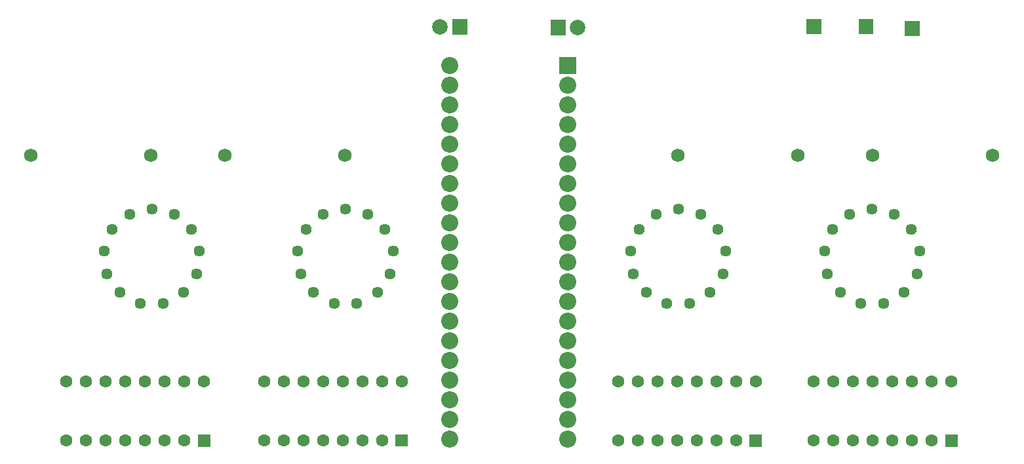
<source format=gts>
G04 Layer: TopSolderMaskLayer*
G04 EasyEDA v6.4.20.2, 2021-06-27T22:08:49--7:00*
G04 5bb4508a62654dd5b4bd4a713fde6167,27d4ab91a1c145949b64cbb6833597a5,10*
G04 Gerber Generator version 0.2*
G04 Scale: 100 percent, Rotated: No, Reflected: No *
G04 Dimensions in inches *
G04 leading zeros omitted , absolute positions ,3 integer and 6 decimal *
%FSLAX36Y36*%
%MOIN*%

%ADD30C,0.0568*%
%ADD31C,0.0789*%
%ADD33C,0.0680*%
%ADD35C,0.0630*%
%ADD37C,0.0867*%

%LPD*%
G36*
X4312500Y-4382500D02*
G01*
X4312500Y-4307500D01*
X4387500Y-4307500D01*
X4387500Y-4382500D01*
G37*
G36*
X4812500Y-4392500D02*
G01*
X4812500Y-4317500D01*
X4887500Y-4317500D01*
X4887500Y-4392500D01*
G37*
G36*
X4577500Y-4382500D02*
G01*
X4577500Y-4307500D01*
X4652500Y-4307500D01*
X4652500Y-4382500D01*
G37*
D30*
G01*
X984250Y-5271309D03*
G01*
X871250Y-5299310D03*
G01*
X783249Y-5377310D03*
G01*
X742249Y-5486309D03*
G01*
X756250Y-5601309D03*
G01*
X822250Y-5697310D03*
G01*
X926250Y-5752310D03*
G01*
X1042250Y-5752310D03*
G01*
X1146250Y-5697310D03*
G01*
X1212250Y-5601309D03*
G01*
X1226250Y-5486309D03*
G01*
X1185249Y-5377310D03*
G01*
X1097250Y-5299310D03*
G01*
X1968500Y-5271309D03*
G01*
X1855500Y-5299310D03*
G01*
X1767500Y-5377310D03*
G01*
X1726499Y-5486309D03*
G01*
X1740500Y-5601309D03*
G01*
X1806499Y-5697310D03*
G01*
X1910500Y-5752310D03*
G01*
X2026499Y-5752310D03*
G01*
X2130500Y-5697310D03*
G01*
X2196499Y-5601309D03*
G01*
X2210500Y-5486309D03*
G01*
X2169499Y-5377310D03*
G01*
X2081499Y-5299310D03*
D31*
G01*
X3150000Y-4350000D03*
G36*
X3010600Y-4389400D02*
G01*
X3010600Y-4310599D01*
X3089399Y-4310599D01*
X3089399Y-4389400D01*
G37*
G01*
X2450000Y-4345000D03*
G36*
X2510600Y-4384400D02*
G01*
X2510600Y-4305599D01*
X2589399Y-4305599D01*
X2589399Y-4384400D01*
G37*
D30*
G01*
X3661419Y-5271309D03*
G01*
X3548419Y-5299310D03*
G01*
X3460420Y-5377310D03*
G01*
X3419420Y-5486309D03*
G01*
X3433419Y-5601309D03*
G01*
X3499420Y-5697310D03*
G01*
X3603419Y-5752310D03*
G01*
X3719420Y-5752310D03*
G01*
X3823419Y-5697310D03*
G01*
X3889420Y-5601309D03*
G01*
X3903419Y-5486309D03*
G01*
X3862420Y-5377310D03*
G01*
X3774420Y-5299310D03*
D33*
G01*
X980110Y-5000000D03*
G01*
X369890Y-5000000D03*
G01*
X1965119Y-5000000D03*
G01*
X1354889Y-5000000D03*
G01*
X3659889Y-5000000D03*
G01*
X4270119Y-5000000D03*
G01*
X4649889Y-5000000D03*
G01*
X5260119Y-5000000D03*
D30*
G01*
X4645670Y-5271309D03*
G01*
X4532669Y-5299310D03*
G01*
X4444669Y-5377310D03*
G01*
X4403670Y-5486309D03*
G01*
X4417669Y-5601309D03*
G01*
X4483670Y-5697310D03*
G01*
X4587669Y-5752310D03*
G01*
X4703670Y-5752310D03*
G01*
X4807669Y-5697310D03*
G01*
X4873670Y-5601309D03*
G01*
X4887669Y-5486309D03*
G01*
X4846670Y-5377310D03*
G01*
X4758670Y-5299310D03*
G36*
X1218500Y-6481500D02*
G01*
X1218500Y-6418499D01*
X1281499Y-6418499D01*
X1281499Y-6481500D01*
G37*
D35*
G01*
X1150000Y-6450000D03*
G01*
X1050000Y-6450000D03*
G01*
X950000Y-6450000D03*
G01*
X850000Y-6450000D03*
G01*
X750000Y-6450000D03*
G01*
X650000Y-6450000D03*
G01*
X550000Y-6450000D03*
G01*
X550000Y-6150000D03*
G01*
X650000Y-6150000D03*
G01*
X750000Y-6150000D03*
G01*
X850000Y-6150000D03*
G01*
X950000Y-6150000D03*
G01*
X1050000Y-6150000D03*
G01*
X1150000Y-6150000D03*
G01*
X1250000Y-6150000D03*
G36*
X2223500Y-6480700D02*
G01*
X2223500Y-6417700D01*
X2286499Y-6417700D01*
X2286499Y-6480700D01*
G37*
G01*
X2155000Y-6449209D03*
G01*
X2055000Y-6449209D03*
G01*
X1955000Y-6449209D03*
G01*
X1855000Y-6449209D03*
G01*
X1755000Y-6449209D03*
G01*
X1655000Y-6449209D03*
G01*
X1555000Y-6449209D03*
G01*
X1555000Y-6149209D03*
G01*
X1655000Y-6149209D03*
G01*
X1755000Y-6149209D03*
G01*
X1855000Y-6149209D03*
G01*
X1955000Y-6149209D03*
G01*
X2055000Y-6149209D03*
G01*
X2155000Y-6149209D03*
G01*
X2255000Y-6149209D03*
G36*
X4023500Y-6481500D02*
G01*
X4023500Y-6418499D01*
X4086499Y-6418499D01*
X4086499Y-6481500D01*
G37*
G01*
X3955000Y-6450000D03*
G01*
X3855000Y-6450000D03*
G01*
X3755000Y-6450000D03*
G01*
X3655000Y-6450000D03*
G01*
X3555000Y-6450000D03*
G01*
X3455000Y-6450000D03*
G01*
X3355000Y-6450000D03*
G01*
X3355000Y-6150000D03*
G01*
X3455000Y-6150000D03*
G01*
X3555000Y-6150000D03*
G01*
X3655000Y-6150000D03*
G01*
X3755000Y-6150000D03*
G01*
X3855000Y-6150000D03*
G01*
X3955000Y-6150000D03*
G01*
X4055000Y-6150000D03*
G36*
X5018500Y-6481500D02*
G01*
X5018500Y-6418499D01*
X5081499Y-6418499D01*
X5081499Y-6481500D01*
G37*
G01*
X4950000Y-6450000D03*
G01*
X4850000Y-6450000D03*
G01*
X4750000Y-6450000D03*
G01*
X4650000Y-6450000D03*
G01*
X4550000Y-6450000D03*
G01*
X4450000Y-6450000D03*
G01*
X4350000Y-6450000D03*
G01*
X4350000Y-6150000D03*
G01*
X4450000Y-6150000D03*
G01*
X4550000Y-6150000D03*
G01*
X4650000Y-6150000D03*
G01*
X4750000Y-6150000D03*
G01*
X4850000Y-6150000D03*
G01*
X4950000Y-6150000D03*
G01*
X5050000Y-6150000D03*
G36*
X3055600Y-4586100D02*
G01*
X3055600Y-4499400D01*
X3142399Y-4499400D01*
X3142399Y-4586100D01*
G37*
D37*
G01*
X3098999Y-4642730D03*
G01*
X3098999Y-4742730D03*
G01*
X3098999Y-4842730D03*
G01*
X3098999Y-4942730D03*
G01*
X3098999Y-5042730D03*
G01*
X3098999Y-5142730D03*
G01*
X3098999Y-5242730D03*
G01*
X3098999Y-5342730D03*
G01*
X3098999Y-5442730D03*
G01*
X3098999Y-5542730D03*
G01*
X3098999Y-5642730D03*
G01*
X3098999Y-5742730D03*
G01*
X3098999Y-5842730D03*
G01*
X3098999Y-5942730D03*
G01*
X3098999Y-6042730D03*
G01*
X3098999Y-6142730D03*
G01*
X3098999Y-6242730D03*
G01*
X3098999Y-6342730D03*
G01*
X3098999Y-6442730D03*
G01*
X2498999Y-4542730D03*
G01*
X2498999Y-4642730D03*
G01*
X2498999Y-4742730D03*
G01*
X2498999Y-4842730D03*
G01*
X2498999Y-4942730D03*
G01*
X2498999Y-5042730D03*
G01*
X2498999Y-5142730D03*
G01*
X2498999Y-5242730D03*
G01*
X2498999Y-5342730D03*
G01*
X2498999Y-5442730D03*
G01*
X2498999Y-5542730D03*
G01*
X2498999Y-5642730D03*
G01*
X2498999Y-5742730D03*
G01*
X2498999Y-5842730D03*
G01*
X2498999Y-5942730D03*
G01*
X2498999Y-6042730D03*
G01*
X2498999Y-6142730D03*
G01*
X2498999Y-6242730D03*
G01*
X2498999Y-6342730D03*
G01*
X2498999Y-6442730D03*
M02*

</source>
